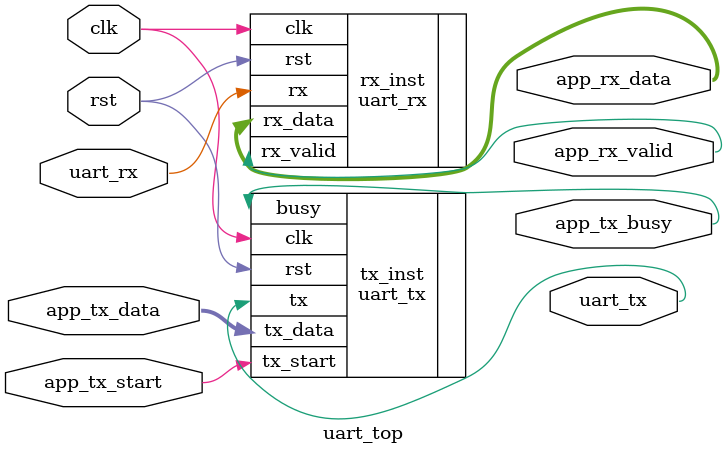
<source format=v>
module uart_top(
    input  wire clk,
    input  wire rst,
    input  wire uart_rx,
    output wire uart_tx,
    // app interface: write byte & start, read byte & valid
    input  wire [7:0] app_tx_data,
    input  wire       app_tx_start,
    output wire       app_tx_busy,
    output wire [7:0] app_rx_data,
    output wire       app_rx_valid
);

uart_tx #(.CLOCK_FREQ(50000000), .BAUD(115200)) tx_inst (
    .clk(clk), .rst(rst),
    .tx_start(app_tx_start), .tx_data(app_tx_data),
    .tx(uart_tx), .busy(app_tx_busy)
);

uart_rx #(.CLOCK_FREQ(50000000), .BAUD(115200)) rx_inst (
    .clk(clk), .rst(rst),
    .rx(uart_rx), .rx_data(app_rx_data), .rx_valid(app_rx_valid)
);

endmodule

</source>
